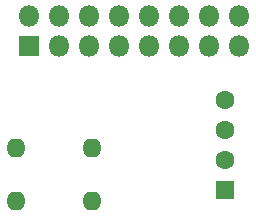
<source format=gbr>
%TF.GenerationSoftware,KiCad,Pcbnew,(5.1.6)-1*%
%TF.CreationDate,2021-03-15T13:43:59-03:00*%
%TF.ProjectId,rasp_hat,72617370-5f68-4617-942e-6b696361645f,Version 1*%
%TF.SameCoordinates,Original*%
%TF.FileFunction,Soldermask,Bot*%
%TF.FilePolarity,Negative*%
%FSLAX46Y46*%
G04 Gerber Fmt 4.6, Leading zero omitted, Abs format (unit mm)*
G04 Created by KiCad (PCBNEW (5.1.6)-1) date 2021-03-15 13:43:59*
%MOMM*%
%LPD*%
G01*
G04 APERTURE LIST*
%ADD10O,1.800000X1.800000*%
%ADD11R,1.800000X1.800000*%
%ADD12O,1.624000X1.624000*%
%ADD13R,1.600000X1.600000*%
%ADD14C,1.600000*%
G04 APERTURE END LIST*
D10*
%TO.C,J1*%
X103632000Y-82550000D03*
X103632000Y-85090000D03*
X101092000Y-82550000D03*
X101092000Y-85090000D03*
X98552000Y-82550000D03*
X98552000Y-85090000D03*
X96012000Y-82550000D03*
X96012000Y-85090000D03*
X93472000Y-82550000D03*
X93472000Y-85090000D03*
X90932000Y-82550000D03*
X90932000Y-85090000D03*
X88392000Y-82550000D03*
X88392000Y-85090000D03*
X85852000Y-82550000D03*
D11*
X85852000Y-85090000D03*
%TD*%
D12*
%TO.C,SW1*%
X84683600Y-93726000D03*
X91186000Y-93726000D03*
X84683600Y-98247200D03*
X91186000Y-98247200D03*
%TD*%
D13*
%TO.C,U1*%
X102412800Y-97282000D03*
D14*
X102412800Y-94742000D03*
X102412800Y-92202000D03*
X102412800Y-89662000D03*
%TD*%
M02*

</source>
